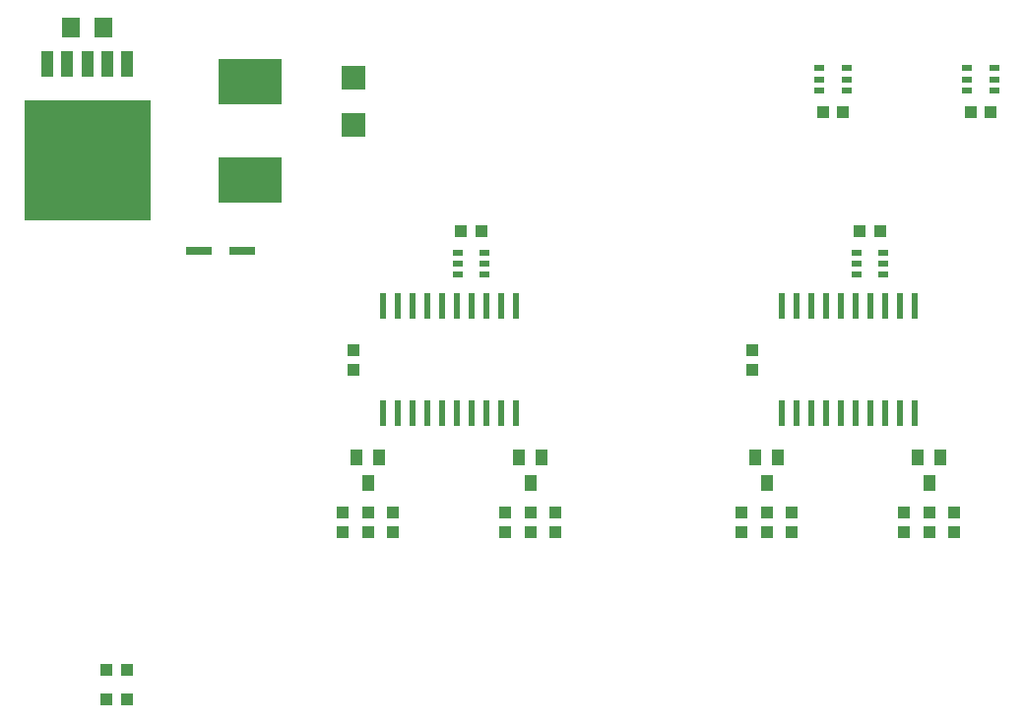
<source format=gtp>
G75*
G70*
%OFA0B0*%
%FSLAX24Y24*%
%IPPOS*%
%LPD*%
%AMOC8*
5,1,8,0,0,1.08239X$1,22.5*
%
%ADD10R,0.0236X0.0866*%
%ADD11R,0.4252X0.4098*%
%ADD12R,0.0420X0.0850*%
%ADD13R,0.2165X0.1575*%
%ADD14R,0.0787X0.0787*%
%ADD15R,0.0630X0.0709*%
%ADD16R,0.0866X0.0256*%
%ADD17R,0.0354X0.0236*%
%ADD18R,0.0394X0.0433*%
%ADD19R,0.0394X0.0551*%
%ADD20R,0.0433X0.0394*%
D10*
X014650Y013048D03*
X015150Y013048D03*
X015650Y013048D03*
X016150Y013048D03*
X016650Y013048D03*
X017150Y013048D03*
X017650Y013048D03*
X018150Y013048D03*
X018650Y013048D03*
X019150Y013048D03*
X019150Y016670D03*
X018650Y016670D03*
X018150Y016670D03*
X017650Y016670D03*
X017150Y016670D03*
X016650Y016670D03*
X016150Y016670D03*
X015650Y016670D03*
X015150Y016670D03*
X014650Y016670D03*
X028150Y016670D03*
X028650Y016670D03*
X029150Y016670D03*
X029650Y016670D03*
X030150Y016670D03*
X030650Y016670D03*
X031150Y016670D03*
X031650Y016670D03*
X032150Y016670D03*
X032650Y016670D03*
X032650Y013048D03*
X032150Y013048D03*
X031650Y013048D03*
X031150Y013048D03*
X030650Y013048D03*
X030150Y013048D03*
X029650Y013048D03*
X029150Y013048D03*
X028650Y013048D03*
X028150Y013048D03*
D11*
X004650Y021609D03*
D12*
X004650Y024889D03*
X003980Y024889D03*
X003310Y024889D03*
X005320Y024889D03*
X005990Y024889D03*
D13*
X010150Y024282D03*
X010150Y020936D03*
D14*
X013650Y022822D03*
X013650Y024397D03*
D15*
X005201Y026109D03*
X004099Y026109D03*
D16*
X008441Y018531D03*
X009898Y018531D03*
D17*
X017197Y018483D03*
X017197Y018109D03*
X017197Y017735D03*
X018103Y017735D03*
X018103Y018109D03*
X018103Y018483D03*
X029447Y023985D03*
X029447Y024359D03*
X029447Y024733D03*
X030353Y024733D03*
X030353Y024359D03*
X030353Y023985D03*
X034447Y023985D03*
X034447Y024359D03*
X034447Y024733D03*
X035353Y024733D03*
X035353Y024359D03*
X035353Y023985D03*
X031603Y018483D03*
X031603Y018109D03*
X031603Y017735D03*
X030697Y017735D03*
X030697Y018109D03*
X030697Y018483D03*
D18*
X027150Y015194D03*
X027150Y014525D03*
X026800Y009694D03*
X026800Y009025D03*
X027650Y009025D03*
X027650Y009694D03*
X028500Y009694D03*
X028500Y009025D03*
X032300Y009025D03*
X032300Y009694D03*
X033150Y009694D03*
X033150Y009025D03*
X034000Y009025D03*
X034000Y009694D03*
X020500Y009694D03*
X020500Y009025D03*
X019650Y009025D03*
X019650Y009694D03*
X018800Y009694D03*
X018800Y009025D03*
X015000Y009025D03*
X015000Y009694D03*
X014150Y009694D03*
X014150Y009025D03*
X013300Y009025D03*
X013300Y009694D03*
X013650Y014525D03*
X013650Y015194D03*
D19*
X013776Y011542D03*
X014524Y011542D03*
X014150Y010676D03*
X019276Y011542D03*
X020024Y011542D03*
X019650Y010676D03*
X027276Y011542D03*
X028024Y011542D03*
X027650Y010676D03*
X032776Y011542D03*
X033524Y011542D03*
X033150Y010676D03*
D20*
X005315Y003359D03*
X005985Y003359D03*
X005985Y004359D03*
X005315Y004359D03*
X017315Y019209D03*
X017985Y019209D03*
X029565Y023234D03*
X030235Y023234D03*
X034565Y023234D03*
X035235Y023234D03*
X031485Y019209D03*
X030815Y019209D03*
M02*

</source>
